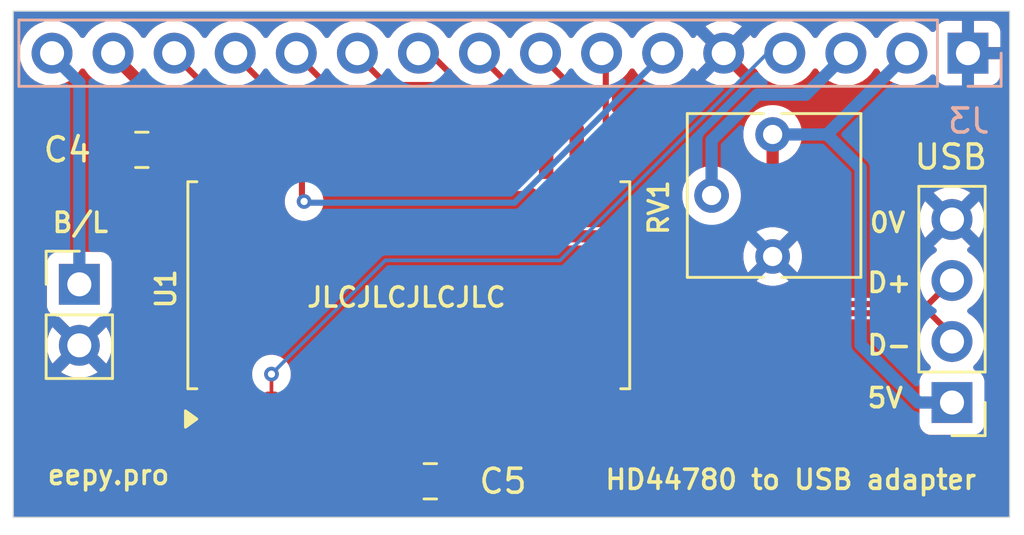
<source format=kicad_pcb>
(kicad_pcb (version 20241229) (generator "pcbnew") (generator_version "9.0")
  (layers (0 "F.Cu" signal) (2 "B.Cu" signal) (13 "F.Paste" user) (15 "B.Paste" user) (5 "F.SilkS" user "F.Silkscreen") (7 "B.SilkS" user "B.Silkscreen") (1 "F.Mask" user) (3 "B.Mask" user) (25 "Edge.Cuts" user))
  (net 0 "")
  (net 1 "/D-")
  (net 2 "/D+")
  (net 4 "+5V")
  (net 5 "Net-(U1-V3)")
  (net 6 "GND")
  (net 16 "Net-(J2-Pin_1)")
  (net 17 "Net-(J3-D1)")
  (net 18 "Net-(J3-D4)")
  (net 19 "Net-(J3-RS)")
  (net 20 "Net-(J3-E)")
  (net 21 "Net-(J3-VO)")
  (net 22 "Net-(J3-D7)")
  (net 23 "Net-(J3-D0)")
  (net 24 "Net-(J3-D5)")
  (net 25 "Net-(J3-D3)")
  (net 26 "Net-(J3-D2)")
  (net 27 "Net-(J3-D6)")
  (footprint "Connector_PinHeader_2.54mm:PinHeader_1x04_P2.54mm_Vertical" (layer "F.Cu") (at 121.4 69.22 180)
    (property "Reference" "J1" (hide yes))
    (property "Value" "USB" (at 0.05 10.22 0) (layer "F.SilkS"))
    (fp_line (start 1.38 1.27) (end 1.38 9) (stroke (width 0.12)) (layer "F.SilkS"))
    (fp_line (start -1.38 9) (end 1.38 9) (stroke (width 0.12)) (layer "F.SilkS"))
    (fp_line (start -1.38 1.27) (end 1.38 1.27) (stroke (width 0.12)) (layer "F.SilkS"))
    (fp_line (start -1.38 1.27) (end -1.38 9) (stroke (width 0.12)) (layer "F.SilkS"))
    (fp_line (start -1.38 0) (end -1.38 -1.38) (stroke (width 0.12)) (layer "F.SilkS"))
    (fp_line (start -1.38 -1.38) (end 0 -1.38) (stroke (width 0.12)) (layer "F.SilkS"))
    (pad "1" thru_hole rect (at 0 0 180) (size 1.7 1.7) (drill 1) (layers "*.Cu" "*.Mask") (net 4 "+5V"))
    (pad "2" thru_hole circle (at 0 2.54 180) (size 1.7 1.7) (drill 1) (layers "*.Cu" "*.Mask") (net 1 "/D-"))
    (pad "3" thru_hole circle (at 0 5.08 180) (size 1.7 1.7) (drill 1) (layers "*.Cu" "*.Mask") (net 2 "/D+"))
    (pad "4" thru_hole circle (at 0 7.62 180) (size 1.7 1.7) (drill 1) (layers "*.Cu" "*.Mask") (net 6 "GND"))
  )
  (footprint "Capacitor_SMD:C_0805_2012Metric_Pad1.18x1.45mm_HandSolder" (layer "F.Cu") (at 99.7 72.5 180)
    (property "Reference" "C5" (at -3.025 0 180) (layer "F.SilkS"))
    (property "Value" "0.01u" (hide yes))
    (fp_line (start -0.261252 0.735) (end 0.261252 0.735) (stroke (width 0.12)) (layer "F.SilkS"))
    (fp_line (start -0.261252 -0.735) (end 0.261252 -0.735) (stroke (width 0.12)) (layer "F.SilkS"))
    (pad "1" smd roundrect (at -1.0375 0 180) (size 1.175 1.45) (layers "F.Cu" "F.Mask" "F.Paste") (roundrect_rratio 0.212766) (net 5 "Net-(U1-V3)"))
    (pad "2" smd roundrect (at 1.0375 0 180) (size 1.175 1.45) (layers "F.Cu" "F.Mask" "F.Paste") (roundrect_rratio 0.212766) (net 6 "GND"))
  )
  (footprint "Package_SO:SOP-28_8.4x18.16mm_P1.27mm" (layer "F.Cu") (at 98.805 64.3375 90)
    (property "Reference" "U1" (at -0.15 -10.105 90) (layer "F.SilkS") (effects (font (size 0.8 0.8) (thickness 0.15) (bold yes))))
    (property "Value" "CH341B-EPP/MEM" (hide yes))
    (fp_line (start 4.31 -9.19) (end 4.31 -8.815) (stroke (width 0.12)) (layer "F.SilkS"))
    (fp_line (start -4.31 -9.19) (end 4.31 -9.19) (stroke (width 0.12)) (layer "F.SilkS"))
    (fp_line (start -4.31 -8.815) (end -4.31 -9.19) (stroke (width 0.12)) (layer "F.SilkS"))
    (fp_line (start 4.31 8.815) (end 4.31 9.19) (stroke (width 0.12)) (layer "F.SilkS"))
    (fp_line (start 4.31 9.19) (end -4.31 9.19) (stroke (width 0.12)) (layer "F.SilkS"))
    (fp_line (start -4.31 9.19) (end -4.31 8.815) (stroke (width 0.12)) (layer "F.SilkS"))
    (fp_poly (pts (xy -5.57 -8.82) (xy -5.91 -9.29) (xy -5.23 -9.29)) (stroke (width 0.12)) (fill yes) (layer "F.SilkS"))
    (pad "1" smd roundrect (at -5.5625 -8.255 90) (size 2.275 0.6) (layers "F.Cu" "F.Mask" "F.Paste"))
    (pad "2" smd roundrect (at -5.5625 -6.985 90) (size 2.275 0.6) (layers "F.Cu" "F.Mask" "F.Paste"))
    (pad "3" smd roundrect (at -5.5625 -5.715 90) (size 2.275 0.6) (layers "F.Cu" "F.Mask" "F.Paste") (net 19 "Net-(J3-RS)"))
    (pad "4" smd roundrect (at -5.5625 -4.445 90) (size 2.275 0.6) (layers "F.Cu" "F.Mask" "F.Paste"))
    (pad "5" smd roundrect (at -5.5625 -3.175 90) (size 2.275 0.6) (layers "F.Cu" "F.Mask" "F.Paste"))
    (pad "6" smd roundrect (at -5.5625 -1.905 90) (size 2.275 0.6) (layers "F.Cu" "F.Mask" "F.Paste"))
    (pad "7" smd roundrect (at -5.5625 -0.635 90) (size 2.275 0.6) (layers "F.Cu" "F.Mask" "F.Paste"))
    (pad "8" smd roundrect (at -5.5625 0.635 90) (size 2.275 0.6) (layers "F.Cu" "F.Mask" "F.Paste"))
    (pad "9" smd roundrect (at -5.5625 1.905 90) (size 2.275 0.6) (layers "F.Cu" "F.Mask" "F.Paste") (net 5 "Net-(U1-V3)"))
    (pad "10" smd roundrect (at -5.5625 3.175 90) (size 2.275 0.6) (layers "F.Cu" "F.Mask" "F.Paste") (net 2 "/D+"))
    (pad "11" smd roundrect (at -5.5625 4.445 90) (size 2.275 0.6) (layers "F.Cu" "F.Mask" "F.Paste") (net 1 "/D-"))
    (pad "12" smd roundrect (at -5.5625 5.715 90) (size 2.275 0.6) (layers "F.Cu" "F.Mask" "F.Paste") (net 6 "GND"))
    (pad "13" smd roundrect (at -5.5625 6.985 90) (size 2.275 0.6) (layers "F.Cu" "F.Mask" "F.Paste") (net 6 "GND"))
    (pad "14" smd roundrect (at -5.5625 8.255 90) (size 2.275 0.6) (layers "F.Cu" "F.Mask" "F.Paste"))
    (pad "15" smd roundrect (at 5.5625 8.255 90) (size 2.275 0.6) (layers "F.Cu" "F.Mask" "F.Paste") (net 23 "Net-(J3-D0)"))
    (pad "16" smd roundrect (at 5.5625 6.985 90) (size 2.275 0.6) (layers "F.Cu" "F.Mask" "F.Paste") (net 17 "Net-(J3-D1)"))
    (pad "17" smd roundrect (at 5.5625 5.715 90) (size 2.275 0.6) (layers "F.Cu" "F.Mask" "F.Paste") (net 26 "Net-(J3-D2)"))
    (pad "18" smd roundrect (at 5.5625 4.445 90) (size 2.275 0.6) (layers "F.Cu" "F.Mask" "F.Paste") (net 25 "Net-(J3-D3)"))
    (pad "19" smd roundrect (at 5.5625 3.175 90) (size 2.275 0.6) (layers "F.Cu" "F.Mask" "F.Paste") (net 18 "Net-(J3-D4)"))
    (pad "20" smd roundrect (at 5.5625 1.905 90) (size 2.275 0.6) (layers "F.Cu" "F.Mask" "F.Paste") (net 24 "Net-(J3-D5)"))
    (pad "21" smd roundrect (at 5.5625 0.635 90) (size 2.275 0.6) (layers "F.Cu" "F.Mask" "F.Paste") (net 27 "Net-(J3-D6)"))
    (pad "22" smd roundrect (at 5.5625 -0.635 90) (size 2.275 0.6) (layers "F.Cu" "F.Mask" "F.Paste") (net 22 "Net-(J3-D7)"))
    (pad "23" smd roundrect (at 5.5625 -1.905 90) (size 2.275 0.6) (layers "F.Cu" "F.Mask" "F.Paste") (net 6 "GND"))
    (pad "24" smd roundrect (at 5.5625 -3.175 90) (size 2.275 0.6) (layers "F.Cu" "F.Mask" "F.Paste"))
    (pad "25" smd roundrect (at 5.5625 -4.445 90) (size 2.275 0.6) (layers "F.Cu" "F.Mask" "F.Paste") (net 20 "Net-(J3-E)"))
    (pad "26" smd roundrect (at 5.5625 -5.715 90) (size 2.275 0.6) (layers "F.Cu" "F.Mask" "F.Paste"))
    (pad "27" smd roundrect (at 5.5625 -6.985 90) (size 2.275 0.6) (layers "F.Cu" "F.Mask" "F.Paste"))
    (pad "28" smd roundrect (at 5.5625 -8.255 90) (size 2.275 0.6) (layers "F.Cu" "F.Mask" "F.Paste") (net 4 "+5V"))
  )
  (footprint "Connector_PinHeader_2.54mm:PinHeader_1x02_P2.54mm_Vertical" (layer "F.Cu") (at 85.1 64.3)
    (property "Reference" "J2" (hide yes))
    (property "Value" "B/L" (hide yes))
    (fp_line (start -1.38 -1.38) (end 0 -1.38) (stroke (width 0.12)) (layer "F.SilkS"))
    (fp_line (start -1.38 0) (end -1.38 -1.38) (stroke (width 0.12)) (layer "F.SilkS"))
    (fp_line (start -1.38 1.27) (end -1.38 3.92) (stroke (width 0.12)) (layer "F.SilkS"))
    (fp_line (start -1.38 1.27) (end 1.38 1.27) (stroke (width 0.12)) (layer "F.SilkS"))
    (fp_line (start -1.38 3.92) (end 1.38 3.92) (stroke (width 0.12)) (layer "F.SilkS"))
    (fp_line (start 1.38 1.27) (end 1.38 3.92) (stroke (width 0.12)) (layer "F.SilkS"))
    (pad "1" thru_hole rect (at 0 0) (size 1.7 1.7) (drill 1) (layers "*.Cu" "*.Mask") (net 16 "Net-(J2-Pin_1)"))
    (pad "2" thru_hole circle (at 0 2.54) (size 1.7 1.7) (drill 1) (layers "*.Cu" "*.Mask") (net 6 "GND"))
  )
  (footprint "Capacitor_SMD:C_0805_2012Metric_Pad1.18x1.45mm_HandSolder" (layer "F.Cu") (at 87.7 58.7 180)
    (property "Reference" "C4" (at 3.1 0 0) (layer "F.SilkS"))
    (property "Value" "0.1u" (hide yes))
    (fp_line (start -0.261252 0.735) (end 0.261252 0.735) (stroke (width 0.12)) (layer "F.SilkS"))
    (fp_line (start -0.261252 -0.735) (end 0.261252 -0.735) (stroke (width 0.12)) (layer "F.SilkS"))
    (pad "1" smd roundrect (at -1.0375 0 180) (size 1.175 1.45) (layers "F.Cu" "F.Mask" "F.Paste") (roundrect_rratio 0.212766) (net 4 "+5V"))
    (pad "2" smd roundrect (at 1.0375 0 180) (size 1.175 1.45) (layers "F.Cu" "F.Mask" "F.Paste") (roundrect_rratio 0.212766) (net 6 "GND"))
  )
  (footprint "Potentiometer_THT:Potentiometer_Vishay_T73YP_Vertical" (layer "F.Cu") (at 113.94 58.06 180)
    (property "Reference" "RV1" (at 4.74 -3.04 270) (layer "F.SilkS") (effects (font (size 0.8 0.8) (thickness 0.15) (bold yes))))
    (property "Value" "10K" (hide yes))
    (fp_line (start 3.55 0.87) (end 0.382 0.87) (stroke (width 0.12)) (layer "F.SilkS"))
    (fp_line (start 3.55 -5.95) (end 3.55 0.87) (stroke (width 0.12)) (layer "F.SilkS"))
    (fp_line (start 0.382 -5.95) (end 3.55 -5.95) (stroke (width 0.12)) (layer "F.SilkS"))
    (fp_line (start -0.382 0.87) (end -3.67 0.87) (stroke (width 0.12)) (layer "F.SilkS"))
    (fp_line (start -3.67 0.87) (end -3.67 -5.95) (stroke (width 0.12)) (layer "F.SilkS"))
    (fp_line (start -3.67 -5.95) (end -0.382 -5.95) (stroke (width 0.12)) (layer "F.SilkS"))
    (pad "1" thru_hole circle (at 0 0 180) (size 1.44 1.44) (drill 0.8) (layers "*.Cu" "*.Mask") (net 4 "+5V"))
    (pad "2" thru_hole circle (at 2.54 -2.54 180) (size 1.44 1.44) (drill 0.8) (layers "*.Cu" "*.Mask") (net 21 "Net-(J3-VO)"))
    (pad "3" thru_hole circle (at 0 -5.08 180) (size 1.44 1.44) (drill 0.8) (layers "*.Cu" "*.Mask") (net 6 "GND"))
  )
  (footprint "Connector_PinHeader_2.54mm:PinHeader_1x16_P2.54mm_Vertical" (layer "B.Cu") (at 122.065 54.675 90)
    (property "Reference" "J3" (at -2.825 0.035 0) (layer "B.SilkS") (effects (justify mirror)))
    (property "Value" "LCD" (hide yes))
    (fp_line (start -1.38 -39.48) (end 1.38 -39.48) (stroke (width 0.12)) (layer "B.SilkS"))
    (fp_line (start 1.38 -1.27) (end 1.38 -39.48) (stroke (width 0.12)) (layer "B.SilkS"))
    (fp_line (start -1.38 -1.27) (end -1.38 -39.48) (stroke (width 0.12)) (layer "B.SilkS"))
    (fp_line (start -1.38 -1.27) (end 1.38 -1.27) (stroke (width 0.12)) (layer "B.SilkS"))
    (fp_line (start -1.38 0) (end -1.38 1.38) (stroke (width 0.12)) (layer "B.SilkS"))
    (fp_line (start -1.38 1.38) (end 0 1.38) (stroke (width 0.12)) (layer "B.SilkS"))
    (pad "1" thru_hole rect (at 0 0 90) (size 1.7 1.7) (drill 1) (layers "*.Cu" "*.Mask") (net 6 "GND"))
    (pad "2" thru_hole circle (at 0 -2.54 90) (size 1.7 1.7) (drill 1) (layers "*.Cu" "*.Mask") (net 4 "+5V"))
    (pad "3" thru_hole circle (at 0 -5.08 90) (size 1.7 1.7) (drill 1) (layers "*.Cu" "*.Mask") (net 21 "Net-(J3-VO)"))
    (pad "4" thru_hole circle (at 0 -7.62 90) (size 1.7 1.7) (drill 1) (layers "*.Cu" "*.Mask") (net 19 "Net-(J3-RS)"))
    (pad "5" thru_hole circle (at 0 -10.16 90) (size 1.7 1.7) (drill 1) (layers "*.Cu" "*.Mask") (net 6 "GND"))
    (pad "6" thru_hole circle (at 0 -12.7 90) (size 1.7 1.7) (drill 1) (layers "*.Cu" "*.Mask") (net 20 "Net-(J3-E)"))
    (pad "7" thru_hole circle (at 0 -15.24 90) (size 1.7 1.7) (drill 1) (layers "*.Cu" "*.Mask") (net 23 "Net-(J3-D0)"))
    (pad "8" thru_hole circle (at 0 -17.78 90) (size 1.7 1.7) (drill 1) (layers "*.Cu" "*.Mask") (net 17 "Net-(J3-D1)"))
    (pad "9" thru_hole circle (at 0 -20.32 90) (size 1.7 1.7) (drill 1) (layers "*.Cu" "*.Mask") (net 26 "Net-(J3-D2)"))
    (pad "10" thru_hole circle (at 0 -22.86 90) (size 1.7 1.7) (drill 1) (layers "*.Cu" "*.Mask") (net 25 "Net-(J3-D3)"))
    (pad "11" thru_hole circle (at 0 -25.4 90) (size 1.7 1.7) (drill 1) (layers "*.Cu" "*.Mask") (net 18 "Net-(J3-D4)"))
    (pad "12" thru_hole circle (at 0 -27.94 90) (size 1.7 1.7) (drill 1) (layers "*.Cu" "*.Mask") (net 24 "Net-(J3-D5)"))
    (pad "13" thru_hole circle (at 0 -30.48 90) (size 1.7 1.7) (drill 1) (layers "*.Cu" "*.Mask") (net 27 "Net-(J3-D6)"))
    (pad "14" thru_hole circle (at 0 -33.02 90) (size 1.7 1.7) (drill 1) (layers "*.Cu" "*.Mask") (net 22 "Net-(J3-D7)"))
    (pad "15" thru_hole circle (at 0 -35.56 90) (size 1.7 1.7) (drill 1) (layers "*.Cu" "*.Mask") (net 4 "+5V"))
    (pad "16" thru_hole circle (at 0 -38.1 90) (size 1.7 1.7) (drill 1) (layers "*.Cu" "*.Mask") (net 16 "Net-(J2-Pin_1)"))
  )
  (gr_rect (start 82.35 52.92) (end 123.8 74) (stroke (width 0.05)) (fill no) (layer "Edge.Cuts"))
  (gr_text "0V" (at 117.9 62.2 0) (layer "F.SilkS") (effects (font (size 0.8 0.8) (thickness 0.15) (bold yes)) (justify left bottom)))
  (gr_text "HD44780 to USB adapter" (at 106.9 72.9 0) (layer "F.SilkS") (effects (font (size 0.8 0.8)) (justify left bottom)))
  (gr_text "JLCJLCJLCJLC" (at 94.4925 65.31 0) (layer "F.SilkS") (effects (font (size 0.8 0.8) (thickness 0.15) (bold yes)) (justify left bottom)))
  (gr_text "D-" (at 117.8 67.3 0) (layer "F.SilkS") (effects (font (size 0.8 0.8) (thickness 0.15) (bold yes)) (justify left bottom)))
  (gr_text "D+" (at 117.8 64.7 0) (layer "F.SilkS") (effects (font (size 0.8 0.8) (thickness 0.15) (bold yes)) (justify left bottom)))
  (gr_text "eepy.pro" (at 83.7 72.7 0) (layer "F.SilkS") (effects (font (size 0.8 0.8)) (justify left bottom)))
  (gr_text "5V" (at 117.8 69.5 0) (layer "F.SilkS") (effects (font (size 0.8 0.8) (thickness 0.15) (bold yes)) (justify left bottom)))
  (gr_text "B/L" (at 83.9 62.2 0) (layer "F.SilkS") (effects (font (size 0.8 0.8) (thickness 0.15) (bold yes)) (justify left bottom)))
  (segment (start 102.8182 67.034662) (end 104.350862 65.502) (width 0.254) (layer "F.Cu") (net 1))
  (segment (start 104.350862 65.502) (end 120.482001 65.502001) (width 0.254) (layer "F.Cu") (net 1))
  (segment (start 121.4 66.68) (end 121.4 66.12) (width 0.254) (layer "F.Cu") (net 1))
  (segment (start 121.4 66.42) (end 121.4 66.68) (width 0.254) (layer "F.Cu") (net 1))
  (segment (start 103.25 69.0625) (end 102.8182 68.6307) (width 0.254) (layer "F.Cu") (net 1))
  (segment (start 103.25 69.9) (end 103.25 69.0625) (width 0.254) (layer "F.Cu") (net 1))
  (segment (start 102.8182 68.6307) (end 102.8182 67.034662) (width 0.254) (layer "F.Cu") (net 1))
  (segment (start 103.25 70.3375) (end 103.25 69.02) (width 0.254) (layer "F.Cu") (net 1))
  (segment (start 120.482001 65.502001) (end 121.4 66.42) (width 0.254) (layer "F.Cu") (net 1))
  (segment (start 102.4118 68.6307) (end 102.4118 66.900832) (width 0.254) (layer "F.Cu") (net 2))
  (segment (start 101.98 68.975) (end 101.98 70.3375) (width 0.254) (layer "F.Cu") (net 2))
  (segment (start 120.42 65.12) (end 121.4 64.14) (width 0.254) (layer "F.Cu") (net 2))
  (segment (start 104.192632 65.12) (end 120.42 65.12) (width 0.254) (layer "F.Cu") (net 2))
  (segment (start 101.98 69.9) (end 101.98 69.204737) (width 0.254) (layer "F.Cu") (net 2))
  (segment (start 101.98 69.0625) (end 102.4118 68.6307) (width 0.254) (layer "F.Cu") (net 2))
  (segment (start 101.98 69.9) (end 101.98 69.0625) (width 0.254) (layer "F.Cu") (net 2))
  (segment (start 102.4118 66.900832) (end 104.192632 65.12) (width 0.254) (layer "F.Cu") (net 2))
  (segment (start 90.55 58.775) (end 88.8125 58.775) (width 0.508) (layer "F.Cu") (net 4))
  (segment (start 88.7 56.96) (end 88.7 58.6625) (width 0.508) (layer "F.Cu") (net 4))
  (segment (start 90.55 58.775) (end 90.55 60.95) (width 0.508) (layer "F.Cu") (net 4))
  (segment (start 86.49 54.75) (end 88.7 56.96) (width 0.508) (layer "F.Cu") (net 4))
  (segment (start 91.9 62.3) (end 112.3 62.3) (width 0.508) (layer "F.Cu") (net 4))
  (segment (start 112.3 62.3) (end 113.94 60.66) (width 0.508) (layer "F.Cu") (net 4))
  (segment (start 88.7 58.6625) (end 88.7375 58.7) (width 0.508) (layer "F.Cu") (net 4))
  (segment (start 90.55 60.95) (end 91.9 62.3) (width 0.508) (layer "F.Cu") (net 4))
  (segment (start 88.8125 58.775) (end 88.7375 58.7) (width 0.508) (layer "F.Cu") (net 4))
  (segment (start 113.94 60.66) (end 113.94 58.06) (width 0.508) (layer "F.Cu") (net 4))
  (segment (start 116.2 58.06) (end 113.94 58.06) (width 0.508) (layer "B.Cu") (net 4))
  (segment (start 117.6 59.46) (end 116.2 58.06) (width 0.508) (layer "B.Cu") (net 4))
  (segment (start 117.6 66.82) (end 117.6 59.46) (width 0.508) (layer "B.Cu") (net 4))
  (segment (start 120 69.22) (end 117.6 66.82) (width 0.508) (layer "B.Cu") (net 4))
  (segment (start 121.4 69.22) (end 120 69.22) (width 0.508) (layer "B.Cu") (net 4))
  (segment (start 119.51 54.75) (end 116.2 58.06) (width 0.508) (layer "B.Cu") (net 4))
  (segment (start 100.71 72.205) (end 100.71 71.0875) (width 0.508) (layer "F.Cu") (net 5))
  (segment (start 96.9 58.775) (end 96.9 60.8) (width 0.508) (layer "F.Cu") (net 6))
  (segment (start 85.1 55.9) (end 83.95 54.75) (width 0.508) (layer "B.Cu") (net 16))
  (segment (start 85.1 64.3) (end 85.1 55.9) (width 0.508) (layer "B.Cu") (net 16))
  (segment (start 104.27 54.75) (end 105.79 56.27) (width 0.254) (layer "F.Cu") (net 17))
  (segment (start 105.79 56.27) (end 105.79 58.775) (width 0.254) (layer "F.Cu") (net 17))
  (segment (start 101.98 58.956876) (end 101.98 57.8975) (width 0.254) (layer "F.Cu") (net 18))
  (segment (start 101.98 59.2125) (end 101.98 58.179376) (width 0.254) (layer "F.Cu") (net 18))
  (segment (start 96.65 54.75) (end 97.9 56) (width 0.254) (layer "F.Cu") (net 18))
  (segment (start 101.98 57.98) (end 101.98 58.775) (width 0.254) (layer "F.Cu") (net 18))
  (segment (start 97.9 56) (end 100 56) (width 0.254) (layer "F.Cu") (net 18))
  (segment (start 100 56) (end 101.98 57.98) (width 0.254) (layer "F.Cu") (net 18))
  (segment (start 93.0925 68.0375) (end 93.0925 69.8975) (width 0.1524) (layer "F.Cu") (net 19))
  (segment (start 93.0925 69.8975) (end 93.09 69.9) (width 0.1524) (layer "F.Cu") (net 19))
  (via (at 93.0925 68.0375) (size 0.61) (drill 0.3) (layers "F.Cu" "B.Cu") (net 19))
  (segment (start 105.1 63.3) (end 113.635 54.765) (width 0.1524) (layer "B.Cu") (net 19))
  (segment (start 93.0925 68.0375) (end 97.83 63.3) (width 0.1524) (layer "B.Cu") (net 19))
  (segment (start 113.635 54.765) (end 114.435 54.765) (width 0.1524) (layer "B.Cu") (net 19))
  (segment (start 97.83 63.3) (end 105.1 63.3) (width 0.1524) (layer "B.Cu") (net 19))
  (segment (start 94.36 60.76) (end 94.4 60.8) (width 0.254) (layer "F.Cu") (net 20))
  (segment (start 94.36 58.775) (end 94.36 60.76) (width 0.254) (layer "F.Cu") (net 20))
  (via (at 94.45 60.85) (size 0.61) (drill 0.3) (layers "F.Cu" "B.Cu") (net 20))
  (segment (start 94.5 60.9) (end 103.2 60.9) (width 0.254) (layer "B.Cu") (net 20))
  (segment (start 103.2 60.9) (end 109.35 54.75) (width 0.254) (layer "B.Cu") (net 20))
  (segment (start 94.45 60.85) (end 94.5 60.9) (width 0.254) (layer "B.Cu") (net 20))
  (segment (start 115.32 56.4) (end 113.3 56.4) (width 0.508) (layer "B.Cu") (net 21))
  (segment (start 116.97 54.75) (end 115.32 56.4) (width 0.508) (layer "B.Cu") (net 21))
  (segment (start 111.4 58.3) (end 111.4 60.6) (width 0.508) (layer "B.Cu") (net 21))
  (segment (start 113.3 56.4) (end 111.4 58.3) (width 0.508) (layer "B.Cu") (net 21))
  (segment (start 98.17 58.775) (end 98.17 57.97) (width 0.254) (layer "F.Cu") (net 22))
  (segment (start 91.5 57.2) (end 89.05 54.75) (width 0.254) (layer "F.Cu") (net 22))
  (segment (start 89.05 54.75) (end 89.03 54.75) (width 0.254) (layer "F.Cu") (net 22))
  (segment (start 98.17 59.2125) (end 98.17 58.2375) (width 0.254) (layer "F.Cu") (net 22))
  (segment (start 97.4 57.2) (end 91.5 57.2) (width 0.254) (layer "F.Cu") (net 22))
  (segment (start 98.17 57.97) (end 97.4 57.2) (width 0.254) (layer "F.Cu") (net 22))
  (segment (start 107 54.94) (end 107 58.715) (width 0.254) (layer "F.Cu") (net 23))
  (segment (start 107.0675 55.0075) (end 106.81 54.75) (width 0.254) (layer "F.Cu") (net 23))
  (segment (start 106.81 54.75) (end 107 54.94) (width 0.254) (layer "F.Cu") (net 23))
  (segment (start 107 58.715) (end 107.06 58.775) (width 0.254) (layer "F.Cu") (net 23))
  (segment (start 94.11 54.75) (end 94.15 54.75) (width 0.254) (layer "F.Cu") (net 24))
  (segment (start 94.15 54.75) (end 95.8 56.4) (width 0.254) (layer "F.Cu") (net 24))
  (segment (start 100.71 59.2125) (end 100.71 58.226875) (width 0.254) (layer "F.Cu") (net 24))
  (segment (start 100.71 58.01) (end 100.71 58.775) (width 0.254) (layer "F.Cu") (net 24))
  (segment (start 100.71 59.004375) (end 100.71 58.1275) (width 0.254) (layer "F.Cu") (net 24))
  (segment (start 95.8 56.4) (end 99.1 56.4) (width 0.254) (layer "F.Cu") (net 24))
  (segment (start 99.1 56.4) (end 100.71 58.01) (width 0.254) (layer "F.Cu") (net 24))
  (segment (start 103.25 58.345) (end 103.25 58.775) (width 0.254) (layer "F.Cu") (net 25))
  (segment (start 103.25 58.97) (end 103.25 58.345) (width 0.254) (layer "F.Cu") (net 25))
  (segment (start 103.25 58.25) (end 103.25 58.775) (width 0.254) (layer "F.Cu") (net 25))
  (segment (start 103.25 59.2125) (end 103.25 58.1925) (width 0.254) (layer "F.Cu") (net 25))
  (segment (start 99.19 54.75) (end 99.75 54.75) (width 0.254) (layer "F.Cu") (net 25))
  (segment (start 99.75 54.75) (end 103.25 58.25) (width 0.254) (layer "F.Cu") (net 25))
  (segment (start 101.73 54.75) (end 104.52 57.54) (width 0.254) (layer "F.Cu") (net 26))
  (segment (start 104.52 57.54) (end 104.52 58.775) (width 0.254) (layer "F.Cu") (net 26))
  (segment (start 91.57 54.75) (end 93.62 56.8) (width 0.254) (layer "F.Cu") (net 27))
  (segment (start 99.44 59.2125) (end 99.44 58.211874) (width 0.254) (layer "F.Cu") (net 27))
  (segment (start 99.44 58.989374) (end 99.44 58.143326) (width 0.254) (layer "F.Cu") (net 27))
  (segment (start 98.3 56.8) (end 99.44 57.94) (width 0.254) (layer "F.Cu") (net 27))
  (segment (start 99.44 57.94) (end 99.44 58.775) (width 0.254) (layer "F.Cu") (net 27))
  (segment (start 93.62 56.8) (end 98.3 56.8) (width 0.254) (layer "F.Cu") (net 27))
  (zone (net 6) (net_name "GND") (layers "F.Cu" "B.Cu") (connect_pads (clearance 0.5)) (min_thickness 0.25) (fill yes (thermal_gap 0.5) (thermal_bridge_width 0.5))
    (polygon (pts (xy 124.3 52.461051) (xy 81.8 52.461051) (xy 81.9 74.761051) (xy 124.4 74.761051)))
  )
)
</source>
